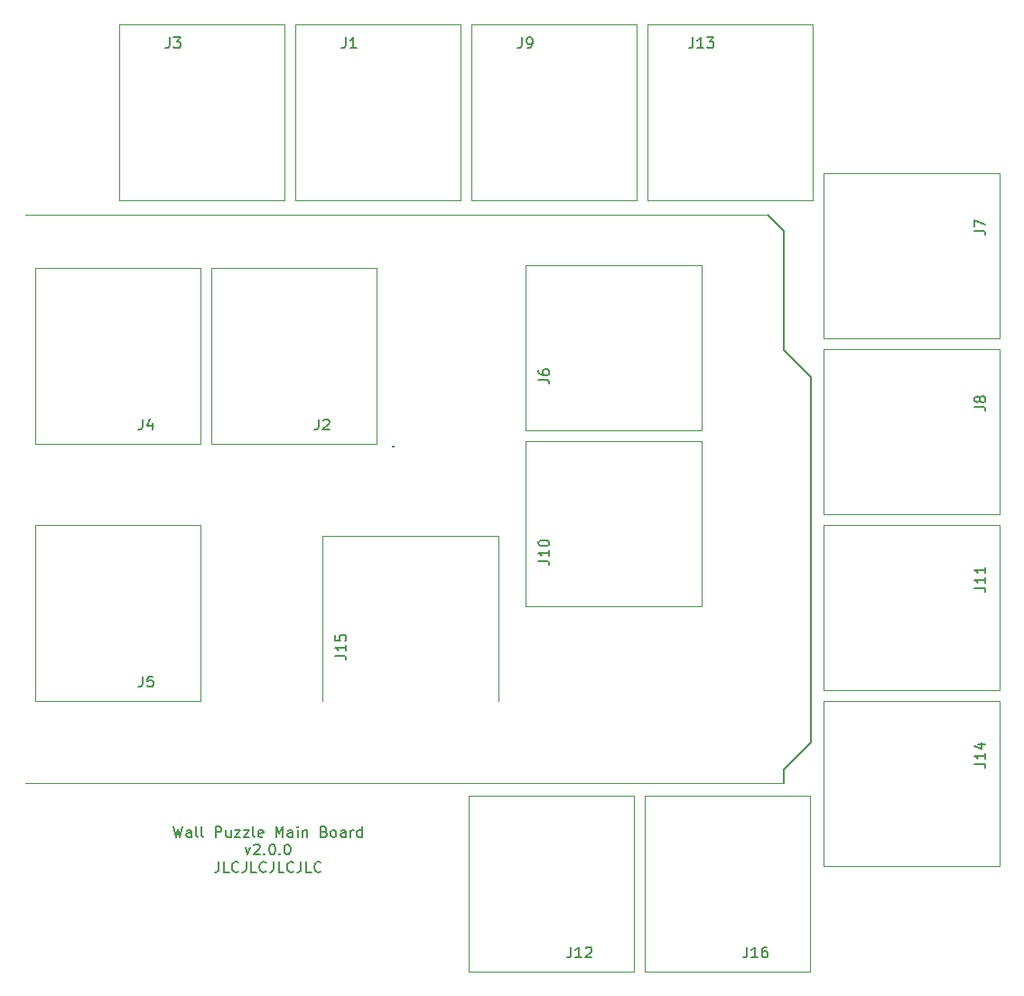
<source format=gbr>
%TF.GenerationSoftware,KiCad,Pcbnew,5.1.6*%
%TF.CreationDate,2020-08-05T20:54:26-07:00*%
%TF.ProjectId,shield,73686965-6c64-42e6-9b69-6361645f7063,rev?*%
%TF.SameCoordinates,Original*%
%TF.FileFunction,Legend,Top*%
%TF.FilePolarity,Positive*%
%FSLAX46Y46*%
G04 Gerber Fmt 4.6, Leading zero omitted, Abs format (unit mm)*
G04 Created by KiCad (PCBNEW 5.1.6) date 2020-08-05 20:54:26*
%MOMM*%
%LPD*%
G01*
G04 APERTURE LIST*
%ADD10C,0.150000*%
%ADD11C,0.120000*%
G04 APERTURE END LIST*
D10*
X124469047Y-103212380D02*
X124707142Y-104212380D01*
X124897619Y-103498095D01*
X125088095Y-104212380D01*
X125326190Y-103212380D01*
X126135714Y-104212380D02*
X126135714Y-103688571D01*
X126088095Y-103593333D01*
X125992857Y-103545714D01*
X125802380Y-103545714D01*
X125707142Y-103593333D01*
X126135714Y-104164761D02*
X126040476Y-104212380D01*
X125802380Y-104212380D01*
X125707142Y-104164761D01*
X125659523Y-104069523D01*
X125659523Y-103974285D01*
X125707142Y-103879047D01*
X125802380Y-103831428D01*
X126040476Y-103831428D01*
X126135714Y-103783809D01*
X126754761Y-104212380D02*
X126659523Y-104164761D01*
X126611904Y-104069523D01*
X126611904Y-103212380D01*
X127278571Y-104212380D02*
X127183333Y-104164761D01*
X127135714Y-104069523D01*
X127135714Y-103212380D01*
X128421428Y-104212380D02*
X128421428Y-103212380D01*
X128802380Y-103212380D01*
X128897619Y-103260000D01*
X128945238Y-103307619D01*
X128992857Y-103402857D01*
X128992857Y-103545714D01*
X128945238Y-103640952D01*
X128897619Y-103688571D01*
X128802380Y-103736190D01*
X128421428Y-103736190D01*
X129850000Y-103545714D02*
X129850000Y-104212380D01*
X129421428Y-103545714D02*
X129421428Y-104069523D01*
X129469047Y-104164761D01*
X129564285Y-104212380D01*
X129707142Y-104212380D01*
X129802380Y-104164761D01*
X129850000Y-104117142D01*
X130230952Y-103545714D02*
X130754761Y-103545714D01*
X130230952Y-104212380D01*
X130754761Y-104212380D01*
X131040476Y-103545714D02*
X131564285Y-103545714D01*
X131040476Y-104212380D01*
X131564285Y-104212380D01*
X132088095Y-104212380D02*
X131992857Y-104164761D01*
X131945238Y-104069523D01*
X131945238Y-103212380D01*
X132850000Y-104164761D02*
X132754761Y-104212380D01*
X132564285Y-104212380D01*
X132469047Y-104164761D01*
X132421428Y-104069523D01*
X132421428Y-103688571D01*
X132469047Y-103593333D01*
X132564285Y-103545714D01*
X132754761Y-103545714D01*
X132850000Y-103593333D01*
X132897619Y-103688571D01*
X132897619Y-103783809D01*
X132421428Y-103879047D01*
X134088095Y-104212380D02*
X134088095Y-103212380D01*
X134421428Y-103926666D01*
X134754761Y-103212380D01*
X134754761Y-104212380D01*
X135659523Y-104212380D02*
X135659523Y-103688571D01*
X135611904Y-103593333D01*
X135516666Y-103545714D01*
X135326190Y-103545714D01*
X135230952Y-103593333D01*
X135659523Y-104164761D02*
X135564285Y-104212380D01*
X135326190Y-104212380D01*
X135230952Y-104164761D01*
X135183333Y-104069523D01*
X135183333Y-103974285D01*
X135230952Y-103879047D01*
X135326190Y-103831428D01*
X135564285Y-103831428D01*
X135659523Y-103783809D01*
X136135714Y-104212380D02*
X136135714Y-103545714D01*
X136135714Y-103212380D02*
X136088095Y-103260000D01*
X136135714Y-103307619D01*
X136183333Y-103260000D01*
X136135714Y-103212380D01*
X136135714Y-103307619D01*
X136611904Y-103545714D02*
X136611904Y-104212380D01*
X136611904Y-103640952D02*
X136659523Y-103593333D01*
X136754761Y-103545714D01*
X136897619Y-103545714D01*
X136992857Y-103593333D01*
X137040476Y-103688571D01*
X137040476Y-104212380D01*
X138611904Y-103688571D02*
X138754761Y-103736190D01*
X138802380Y-103783809D01*
X138850000Y-103879047D01*
X138850000Y-104021904D01*
X138802380Y-104117142D01*
X138754761Y-104164761D01*
X138659523Y-104212380D01*
X138278571Y-104212380D01*
X138278571Y-103212380D01*
X138611904Y-103212380D01*
X138707142Y-103260000D01*
X138754761Y-103307619D01*
X138802380Y-103402857D01*
X138802380Y-103498095D01*
X138754761Y-103593333D01*
X138707142Y-103640952D01*
X138611904Y-103688571D01*
X138278571Y-103688571D01*
X139421428Y-104212380D02*
X139326190Y-104164761D01*
X139278571Y-104117142D01*
X139230952Y-104021904D01*
X139230952Y-103736190D01*
X139278571Y-103640952D01*
X139326190Y-103593333D01*
X139421428Y-103545714D01*
X139564285Y-103545714D01*
X139659523Y-103593333D01*
X139707142Y-103640952D01*
X139754761Y-103736190D01*
X139754761Y-104021904D01*
X139707142Y-104117142D01*
X139659523Y-104164761D01*
X139564285Y-104212380D01*
X139421428Y-104212380D01*
X140611904Y-104212380D02*
X140611904Y-103688571D01*
X140564285Y-103593333D01*
X140469047Y-103545714D01*
X140278571Y-103545714D01*
X140183333Y-103593333D01*
X140611904Y-104164761D02*
X140516666Y-104212380D01*
X140278571Y-104212380D01*
X140183333Y-104164761D01*
X140135714Y-104069523D01*
X140135714Y-103974285D01*
X140183333Y-103879047D01*
X140278571Y-103831428D01*
X140516666Y-103831428D01*
X140611904Y-103783809D01*
X141088095Y-104212380D02*
X141088095Y-103545714D01*
X141088095Y-103736190D02*
X141135714Y-103640952D01*
X141183333Y-103593333D01*
X141278571Y-103545714D01*
X141373809Y-103545714D01*
X142135714Y-104212380D02*
X142135714Y-103212380D01*
X142135714Y-104164761D02*
X142040476Y-104212380D01*
X141850000Y-104212380D01*
X141754761Y-104164761D01*
X141707142Y-104117142D01*
X141659523Y-104021904D01*
X141659523Y-103736190D01*
X141707142Y-103640952D01*
X141754761Y-103593333D01*
X141850000Y-103545714D01*
X142040476Y-103545714D01*
X142135714Y-103593333D01*
X131207142Y-105195714D02*
X131445238Y-105862380D01*
X131683333Y-105195714D01*
X132016666Y-104957619D02*
X132064285Y-104910000D01*
X132159523Y-104862380D01*
X132397619Y-104862380D01*
X132492857Y-104910000D01*
X132540476Y-104957619D01*
X132588095Y-105052857D01*
X132588095Y-105148095D01*
X132540476Y-105290952D01*
X131969047Y-105862380D01*
X132588095Y-105862380D01*
X133016666Y-105767142D02*
X133064285Y-105814761D01*
X133016666Y-105862380D01*
X132969047Y-105814761D01*
X133016666Y-105767142D01*
X133016666Y-105862380D01*
X133683333Y-104862380D02*
X133778571Y-104862380D01*
X133873809Y-104910000D01*
X133921428Y-104957619D01*
X133969047Y-105052857D01*
X134016666Y-105243333D01*
X134016666Y-105481428D01*
X133969047Y-105671904D01*
X133921428Y-105767142D01*
X133873809Y-105814761D01*
X133778571Y-105862380D01*
X133683333Y-105862380D01*
X133588095Y-105814761D01*
X133540476Y-105767142D01*
X133492857Y-105671904D01*
X133445238Y-105481428D01*
X133445238Y-105243333D01*
X133492857Y-105052857D01*
X133540476Y-104957619D01*
X133588095Y-104910000D01*
X133683333Y-104862380D01*
X134445238Y-105767142D02*
X134492857Y-105814761D01*
X134445238Y-105862380D01*
X134397619Y-105814761D01*
X134445238Y-105767142D01*
X134445238Y-105862380D01*
X135111904Y-104862380D02*
X135207142Y-104862380D01*
X135302380Y-104910000D01*
X135350000Y-104957619D01*
X135397619Y-105052857D01*
X135445238Y-105243333D01*
X135445238Y-105481428D01*
X135397619Y-105671904D01*
X135350000Y-105767142D01*
X135302380Y-105814761D01*
X135207142Y-105862380D01*
X135111904Y-105862380D01*
X135016666Y-105814761D01*
X134969047Y-105767142D01*
X134921428Y-105671904D01*
X134873809Y-105481428D01*
X134873809Y-105243333D01*
X134921428Y-105052857D01*
X134969047Y-104957619D01*
X135016666Y-104910000D01*
X135111904Y-104862380D01*
X128730952Y-106512380D02*
X128730952Y-107226666D01*
X128683333Y-107369523D01*
X128588095Y-107464761D01*
X128445238Y-107512380D01*
X128350000Y-107512380D01*
X129683333Y-107512380D02*
X129207142Y-107512380D01*
X129207142Y-106512380D01*
X130588095Y-107417142D02*
X130540476Y-107464761D01*
X130397619Y-107512380D01*
X130302380Y-107512380D01*
X130159523Y-107464761D01*
X130064285Y-107369523D01*
X130016666Y-107274285D01*
X129969047Y-107083809D01*
X129969047Y-106940952D01*
X130016666Y-106750476D01*
X130064285Y-106655238D01*
X130159523Y-106560000D01*
X130302380Y-106512380D01*
X130397619Y-106512380D01*
X130540476Y-106560000D01*
X130588095Y-106607619D01*
X131302380Y-106512380D02*
X131302380Y-107226666D01*
X131254761Y-107369523D01*
X131159523Y-107464761D01*
X131016666Y-107512380D01*
X130921428Y-107512380D01*
X132254761Y-107512380D02*
X131778571Y-107512380D01*
X131778571Y-106512380D01*
X133159523Y-107417142D02*
X133111904Y-107464761D01*
X132969047Y-107512380D01*
X132873809Y-107512380D01*
X132730952Y-107464761D01*
X132635714Y-107369523D01*
X132588095Y-107274285D01*
X132540476Y-107083809D01*
X132540476Y-106940952D01*
X132588095Y-106750476D01*
X132635714Y-106655238D01*
X132730952Y-106560000D01*
X132873809Y-106512380D01*
X132969047Y-106512380D01*
X133111904Y-106560000D01*
X133159523Y-106607619D01*
X133873809Y-106512380D02*
X133873809Y-107226666D01*
X133826190Y-107369523D01*
X133730952Y-107464761D01*
X133588095Y-107512380D01*
X133492857Y-107512380D01*
X134826190Y-107512380D02*
X134350000Y-107512380D01*
X134350000Y-106512380D01*
X135730952Y-107417142D02*
X135683333Y-107464761D01*
X135540476Y-107512380D01*
X135445238Y-107512380D01*
X135302380Y-107464761D01*
X135207142Y-107369523D01*
X135159523Y-107274285D01*
X135111904Y-107083809D01*
X135111904Y-106940952D01*
X135159523Y-106750476D01*
X135207142Y-106655238D01*
X135302380Y-106560000D01*
X135445238Y-106512380D01*
X135540476Y-106512380D01*
X135683333Y-106560000D01*
X135730952Y-106607619D01*
X136445238Y-106512380D02*
X136445238Y-107226666D01*
X136397619Y-107369523D01*
X136302380Y-107464761D01*
X136159523Y-107512380D01*
X136064285Y-107512380D01*
X137397619Y-107512380D02*
X136921428Y-107512380D01*
X136921428Y-106512380D01*
X138302380Y-107417142D02*
X138254761Y-107464761D01*
X138111904Y-107512380D01*
X138016666Y-107512380D01*
X137873809Y-107464761D01*
X137778571Y-107369523D01*
X137730952Y-107274285D01*
X137683333Y-107083809D01*
X137683333Y-106940952D01*
X137730952Y-106750476D01*
X137778571Y-106655238D01*
X137873809Y-106560000D01*
X138016666Y-106512380D01*
X138111904Y-106512380D01*
X138254761Y-106560000D01*
X138302380Y-106607619D01*
D11*
%TO.C,J15*%
X154940000Y-91440000D02*
X154930000Y-91440000D01*
X138430000Y-91440000D02*
X138430000Y-75940000D01*
X138430000Y-75940000D02*
X154930000Y-75940000D01*
X154930000Y-75940000D02*
X154930000Y-91440000D01*
%TO.C,J1*%
X135890000Y-44450000D02*
X135890000Y-44440000D01*
X135890000Y-27940000D02*
X135890000Y-44450000D01*
X135890000Y-27940000D02*
X151390000Y-27940000D01*
X151390000Y-27940000D02*
X151390000Y-44440000D01*
X151390000Y-44440000D02*
X135890000Y-44440000D01*
%TO.C,J2*%
X143510000Y-50800000D02*
X143510000Y-50810000D01*
X143510000Y-67310000D02*
X143510000Y-50800000D01*
X143510000Y-67310000D02*
X128010000Y-67310000D01*
X128010000Y-67310000D02*
X128010000Y-50810000D01*
X128010000Y-50810000D02*
X143510000Y-50810000D01*
%TO.C,J3*%
X119380000Y-44450000D02*
X119380000Y-44440000D01*
X119380000Y-27940000D02*
X119380000Y-44450000D01*
X119380000Y-27940000D02*
X134880000Y-27940000D01*
X134880000Y-27940000D02*
X134880000Y-44440000D01*
X134880000Y-44440000D02*
X119380000Y-44440000D01*
%TO.C,J4*%
X127000000Y-50800000D02*
X127000000Y-50810000D01*
X127000000Y-67310000D02*
X127000000Y-50800000D01*
X127000000Y-67310000D02*
X111500000Y-67310000D01*
X111500000Y-67310000D02*
X111500000Y-50810000D01*
X111500000Y-50810000D02*
X127000000Y-50810000D01*
%TO.C,J5*%
X127000000Y-74930000D02*
X127000000Y-74940000D01*
X127000000Y-91440000D02*
X127000000Y-74930000D01*
X127000000Y-91440000D02*
X111500000Y-91440000D01*
X111500000Y-91440000D02*
X111500000Y-74940000D01*
X111500000Y-74940000D02*
X127000000Y-74940000D01*
%TO.C,J6*%
X173990000Y-66040000D02*
X173980000Y-66040000D01*
X157480000Y-66040000D02*
X173990000Y-66040000D01*
X157480000Y-66040000D02*
X157480000Y-50540000D01*
X157480000Y-50540000D02*
X173980000Y-50540000D01*
X173980000Y-50540000D02*
X173980000Y-66040000D01*
%TO.C,J7*%
X185420000Y-41910000D02*
X185430000Y-41910000D01*
X201930000Y-41910000D02*
X185420000Y-41910000D01*
X201930000Y-41910000D02*
X201930000Y-57410000D01*
X201930000Y-57410000D02*
X185430000Y-57410000D01*
X185430000Y-57410000D02*
X185430000Y-41910000D01*
%TO.C,J8*%
X185420000Y-58420000D02*
X185430000Y-58420000D01*
X201930000Y-58420000D02*
X185420000Y-58420000D01*
X201930000Y-58420000D02*
X201930000Y-73920000D01*
X201930000Y-73920000D02*
X185430000Y-73920000D01*
X185430000Y-73920000D02*
X185430000Y-58420000D01*
%TO.C,J9*%
X152400000Y-44450000D02*
X152400000Y-44440000D01*
X152400000Y-27940000D02*
X152400000Y-44450000D01*
X152400000Y-27940000D02*
X167900000Y-27940000D01*
X167900000Y-27940000D02*
X167900000Y-44440000D01*
X167900000Y-44440000D02*
X152400000Y-44440000D01*
%TO.C,J10*%
X173990000Y-82550000D02*
X173980000Y-82550000D01*
X157480000Y-82550000D02*
X173990000Y-82550000D01*
X157480000Y-82550000D02*
X157480000Y-67050000D01*
X157480000Y-67050000D02*
X173980000Y-67050000D01*
X173980000Y-67050000D02*
X173980000Y-82550000D01*
%TO.C,J11*%
X185420000Y-74930000D02*
X185430000Y-74930000D01*
X201930000Y-74930000D02*
X185420000Y-74930000D01*
X201930000Y-74930000D02*
X201930000Y-90430000D01*
X201930000Y-90430000D02*
X185430000Y-90430000D01*
X185430000Y-90430000D02*
X185430000Y-74930000D01*
%TO.C,J12*%
X167640000Y-100330000D02*
X167640000Y-100340000D01*
X167640000Y-116840000D02*
X167640000Y-100330000D01*
X167640000Y-116840000D02*
X152140000Y-116840000D01*
X152140000Y-116840000D02*
X152140000Y-100340000D01*
X152140000Y-100340000D02*
X167640000Y-100340000D01*
%TO.C,J13*%
X168910000Y-44450000D02*
X168910000Y-44440000D01*
X168910000Y-27940000D02*
X168910000Y-44450000D01*
X168910000Y-27940000D02*
X184410000Y-27940000D01*
X184410000Y-27940000D02*
X184410000Y-44440000D01*
X184410000Y-44440000D02*
X168910000Y-44440000D01*
%TO.C,J14*%
X185420000Y-91440000D02*
X185430000Y-91440000D01*
X201930000Y-91440000D02*
X185420000Y-91440000D01*
X201930000Y-91440000D02*
X201930000Y-106940000D01*
X201930000Y-106940000D02*
X185430000Y-106940000D01*
X185430000Y-106940000D02*
X185430000Y-91440000D01*
%TO.C,J16*%
X184150000Y-100330000D02*
X184150000Y-100340000D01*
X184150000Y-116840000D02*
X184150000Y-100330000D01*
X184150000Y-116840000D02*
X168650000Y-116840000D01*
X168650000Y-116840000D02*
X168650000Y-100340000D01*
X168650000Y-100340000D02*
X184150000Y-100340000D01*
D10*
%TO.C,XA1*%
X181685001Y-58495001D02*
X181685001Y-47319001D01*
X184225001Y-61035001D02*
X181685001Y-58495001D01*
X184225001Y-95325001D02*
X184225001Y-61035001D01*
X181685001Y-97865001D02*
X184225001Y-95325001D01*
X181685001Y-99135001D02*
X181685001Y-97865001D01*
X180161001Y-45795001D02*
X181685001Y-47319001D01*
D11*
X180161001Y-45795001D02*
X110565001Y-45795001D01*
X181685001Y-99135001D02*
X110565001Y-99135001D01*
%TO.C,J15*%
D10*
X139652380Y-87169523D02*
X140366666Y-87169523D01*
X140509523Y-87217142D01*
X140604761Y-87312380D01*
X140652380Y-87455238D01*
X140652380Y-87550476D01*
X140652380Y-86169523D02*
X140652380Y-86740952D01*
X140652380Y-86455238D02*
X139652380Y-86455238D01*
X139795238Y-86550476D01*
X139890476Y-86645714D01*
X139938095Y-86740952D01*
X139652380Y-85264761D02*
X139652380Y-85740952D01*
X140128571Y-85788571D01*
X140080952Y-85740952D01*
X140033333Y-85645714D01*
X140033333Y-85407619D01*
X140080952Y-85312380D01*
X140128571Y-85264761D01*
X140223809Y-85217142D01*
X140461904Y-85217142D01*
X140557142Y-85264761D01*
X140604761Y-85312380D01*
X140652380Y-85407619D01*
X140652380Y-85645714D01*
X140604761Y-85740952D01*
X140557142Y-85788571D01*
%TO.C,J1*%
X140636666Y-29162380D02*
X140636666Y-29876666D01*
X140589047Y-30019523D01*
X140493809Y-30114761D01*
X140350952Y-30162380D01*
X140255714Y-30162380D01*
X141636666Y-30162380D02*
X141065238Y-30162380D01*
X141350952Y-30162380D02*
X141350952Y-29162380D01*
X141255714Y-29305238D01*
X141160476Y-29400476D01*
X141065238Y-29448095D01*
%TO.C,J2*%
X138096666Y-64992380D02*
X138096666Y-65706666D01*
X138049047Y-65849523D01*
X137953809Y-65944761D01*
X137810952Y-65992380D01*
X137715714Y-65992380D01*
X138525238Y-65087619D02*
X138572857Y-65040000D01*
X138668095Y-64992380D01*
X138906190Y-64992380D01*
X139001428Y-65040000D01*
X139049047Y-65087619D01*
X139096666Y-65182857D01*
X139096666Y-65278095D01*
X139049047Y-65420952D01*
X138477619Y-65992380D01*
X139096666Y-65992380D01*
%TO.C,J3*%
X124126666Y-29162380D02*
X124126666Y-29876666D01*
X124079047Y-30019523D01*
X123983809Y-30114761D01*
X123840952Y-30162380D01*
X123745714Y-30162380D01*
X124507619Y-29162380D02*
X125126666Y-29162380D01*
X124793333Y-29543333D01*
X124936190Y-29543333D01*
X125031428Y-29590952D01*
X125079047Y-29638571D01*
X125126666Y-29733809D01*
X125126666Y-29971904D01*
X125079047Y-30067142D01*
X125031428Y-30114761D01*
X124936190Y-30162380D01*
X124650476Y-30162380D01*
X124555238Y-30114761D01*
X124507619Y-30067142D01*
%TO.C,J4*%
X121586666Y-64992380D02*
X121586666Y-65706666D01*
X121539047Y-65849523D01*
X121443809Y-65944761D01*
X121300952Y-65992380D01*
X121205714Y-65992380D01*
X122491428Y-65325714D02*
X122491428Y-65992380D01*
X122253333Y-64944761D02*
X122015238Y-65659047D01*
X122634285Y-65659047D01*
%TO.C,J5*%
X121586666Y-89122380D02*
X121586666Y-89836666D01*
X121539047Y-89979523D01*
X121443809Y-90074761D01*
X121300952Y-90122380D01*
X121205714Y-90122380D01*
X122539047Y-89122380D02*
X122062857Y-89122380D01*
X122015238Y-89598571D01*
X122062857Y-89550952D01*
X122158095Y-89503333D01*
X122396190Y-89503333D01*
X122491428Y-89550952D01*
X122539047Y-89598571D01*
X122586666Y-89693809D01*
X122586666Y-89931904D01*
X122539047Y-90027142D01*
X122491428Y-90074761D01*
X122396190Y-90122380D01*
X122158095Y-90122380D01*
X122062857Y-90074761D01*
X122015238Y-90027142D01*
%TO.C,J6*%
X158702380Y-61293333D02*
X159416666Y-61293333D01*
X159559523Y-61340952D01*
X159654761Y-61436190D01*
X159702380Y-61579047D01*
X159702380Y-61674285D01*
X158702380Y-60388571D02*
X158702380Y-60579047D01*
X158750000Y-60674285D01*
X158797619Y-60721904D01*
X158940476Y-60817142D01*
X159130952Y-60864761D01*
X159511904Y-60864761D01*
X159607142Y-60817142D01*
X159654761Y-60769523D01*
X159702380Y-60674285D01*
X159702380Y-60483809D01*
X159654761Y-60388571D01*
X159607142Y-60340952D01*
X159511904Y-60293333D01*
X159273809Y-60293333D01*
X159178571Y-60340952D01*
X159130952Y-60388571D01*
X159083333Y-60483809D01*
X159083333Y-60674285D01*
X159130952Y-60769523D01*
X159178571Y-60817142D01*
X159273809Y-60864761D01*
%TO.C,J7*%
X199612380Y-47323333D02*
X200326666Y-47323333D01*
X200469523Y-47370952D01*
X200564761Y-47466190D01*
X200612380Y-47609047D01*
X200612380Y-47704285D01*
X199612380Y-46942380D02*
X199612380Y-46275714D01*
X200612380Y-46704285D01*
%TO.C,J8*%
X199612380Y-63833333D02*
X200326666Y-63833333D01*
X200469523Y-63880952D01*
X200564761Y-63976190D01*
X200612380Y-64119047D01*
X200612380Y-64214285D01*
X200040952Y-63214285D02*
X199993333Y-63309523D01*
X199945714Y-63357142D01*
X199850476Y-63404761D01*
X199802857Y-63404761D01*
X199707619Y-63357142D01*
X199660000Y-63309523D01*
X199612380Y-63214285D01*
X199612380Y-63023809D01*
X199660000Y-62928571D01*
X199707619Y-62880952D01*
X199802857Y-62833333D01*
X199850476Y-62833333D01*
X199945714Y-62880952D01*
X199993333Y-62928571D01*
X200040952Y-63023809D01*
X200040952Y-63214285D01*
X200088571Y-63309523D01*
X200136190Y-63357142D01*
X200231428Y-63404761D01*
X200421904Y-63404761D01*
X200517142Y-63357142D01*
X200564761Y-63309523D01*
X200612380Y-63214285D01*
X200612380Y-63023809D01*
X200564761Y-62928571D01*
X200517142Y-62880952D01*
X200421904Y-62833333D01*
X200231428Y-62833333D01*
X200136190Y-62880952D01*
X200088571Y-62928571D01*
X200040952Y-63023809D01*
%TO.C,J9*%
X157146666Y-29162380D02*
X157146666Y-29876666D01*
X157099047Y-30019523D01*
X157003809Y-30114761D01*
X156860952Y-30162380D01*
X156765714Y-30162380D01*
X157670476Y-30162380D02*
X157860952Y-30162380D01*
X157956190Y-30114761D01*
X158003809Y-30067142D01*
X158099047Y-29924285D01*
X158146666Y-29733809D01*
X158146666Y-29352857D01*
X158099047Y-29257619D01*
X158051428Y-29210000D01*
X157956190Y-29162380D01*
X157765714Y-29162380D01*
X157670476Y-29210000D01*
X157622857Y-29257619D01*
X157575238Y-29352857D01*
X157575238Y-29590952D01*
X157622857Y-29686190D01*
X157670476Y-29733809D01*
X157765714Y-29781428D01*
X157956190Y-29781428D01*
X158051428Y-29733809D01*
X158099047Y-29686190D01*
X158146666Y-29590952D01*
%TO.C,J10*%
X158702380Y-78279523D02*
X159416666Y-78279523D01*
X159559523Y-78327142D01*
X159654761Y-78422380D01*
X159702380Y-78565238D01*
X159702380Y-78660476D01*
X159702380Y-77279523D02*
X159702380Y-77850952D01*
X159702380Y-77565238D02*
X158702380Y-77565238D01*
X158845238Y-77660476D01*
X158940476Y-77755714D01*
X158988095Y-77850952D01*
X158702380Y-76660476D02*
X158702380Y-76565238D01*
X158750000Y-76470000D01*
X158797619Y-76422380D01*
X158892857Y-76374761D01*
X159083333Y-76327142D01*
X159321428Y-76327142D01*
X159511904Y-76374761D01*
X159607142Y-76422380D01*
X159654761Y-76470000D01*
X159702380Y-76565238D01*
X159702380Y-76660476D01*
X159654761Y-76755714D01*
X159607142Y-76803333D01*
X159511904Y-76850952D01*
X159321428Y-76898571D01*
X159083333Y-76898571D01*
X158892857Y-76850952D01*
X158797619Y-76803333D01*
X158750000Y-76755714D01*
X158702380Y-76660476D01*
%TO.C,J11*%
X199612380Y-80819523D02*
X200326666Y-80819523D01*
X200469523Y-80867142D01*
X200564761Y-80962380D01*
X200612380Y-81105238D01*
X200612380Y-81200476D01*
X200612380Y-79819523D02*
X200612380Y-80390952D01*
X200612380Y-80105238D02*
X199612380Y-80105238D01*
X199755238Y-80200476D01*
X199850476Y-80295714D01*
X199898095Y-80390952D01*
X200612380Y-78867142D02*
X200612380Y-79438571D01*
X200612380Y-79152857D02*
X199612380Y-79152857D01*
X199755238Y-79248095D01*
X199850476Y-79343333D01*
X199898095Y-79438571D01*
%TO.C,J12*%
X161750476Y-114522380D02*
X161750476Y-115236666D01*
X161702857Y-115379523D01*
X161607619Y-115474761D01*
X161464761Y-115522380D01*
X161369523Y-115522380D01*
X162750476Y-115522380D02*
X162179047Y-115522380D01*
X162464761Y-115522380D02*
X162464761Y-114522380D01*
X162369523Y-114665238D01*
X162274285Y-114760476D01*
X162179047Y-114808095D01*
X163131428Y-114617619D02*
X163179047Y-114570000D01*
X163274285Y-114522380D01*
X163512380Y-114522380D01*
X163607619Y-114570000D01*
X163655238Y-114617619D01*
X163702857Y-114712857D01*
X163702857Y-114808095D01*
X163655238Y-114950952D01*
X163083809Y-115522380D01*
X163702857Y-115522380D01*
%TO.C,J13*%
X173180476Y-29162380D02*
X173180476Y-29876666D01*
X173132857Y-30019523D01*
X173037619Y-30114761D01*
X172894761Y-30162380D01*
X172799523Y-30162380D01*
X174180476Y-30162380D02*
X173609047Y-30162380D01*
X173894761Y-30162380D02*
X173894761Y-29162380D01*
X173799523Y-29305238D01*
X173704285Y-29400476D01*
X173609047Y-29448095D01*
X174513809Y-29162380D02*
X175132857Y-29162380D01*
X174799523Y-29543333D01*
X174942380Y-29543333D01*
X175037619Y-29590952D01*
X175085238Y-29638571D01*
X175132857Y-29733809D01*
X175132857Y-29971904D01*
X175085238Y-30067142D01*
X175037619Y-30114761D01*
X174942380Y-30162380D01*
X174656666Y-30162380D01*
X174561428Y-30114761D01*
X174513809Y-30067142D01*
%TO.C,J14*%
X199612380Y-97329523D02*
X200326666Y-97329523D01*
X200469523Y-97377142D01*
X200564761Y-97472380D01*
X200612380Y-97615238D01*
X200612380Y-97710476D01*
X200612380Y-96329523D02*
X200612380Y-96900952D01*
X200612380Y-96615238D02*
X199612380Y-96615238D01*
X199755238Y-96710476D01*
X199850476Y-96805714D01*
X199898095Y-96900952D01*
X199945714Y-95472380D02*
X200612380Y-95472380D01*
X199564761Y-95710476D02*
X200279047Y-95948571D01*
X200279047Y-95329523D01*
%TO.C,J16*%
X178260476Y-114522380D02*
X178260476Y-115236666D01*
X178212857Y-115379523D01*
X178117619Y-115474761D01*
X177974761Y-115522380D01*
X177879523Y-115522380D01*
X179260476Y-115522380D02*
X178689047Y-115522380D01*
X178974761Y-115522380D02*
X178974761Y-114522380D01*
X178879523Y-114665238D01*
X178784285Y-114760476D01*
X178689047Y-114808095D01*
X180117619Y-114522380D02*
X179927142Y-114522380D01*
X179831904Y-114570000D01*
X179784285Y-114617619D01*
X179689047Y-114760476D01*
X179641428Y-114950952D01*
X179641428Y-115331904D01*
X179689047Y-115427142D01*
X179736666Y-115474761D01*
X179831904Y-115522380D01*
X180022380Y-115522380D01*
X180117619Y-115474761D01*
X180165238Y-115427142D01*
X180212857Y-115331904D01*
X180212857Y-115093809D01*
X180165238Y-114998571D01*
X180117619Y-114950952D01*
X180022380Y-114903333D01*
X179831904Y-114903333D01*
X179736666Y-114950952D01*
X179689047Y-114998571D01*
X179641428Y-115093809D01*
%TO.C,XA1*%
X145109001Y-67488143D02*
X145156620Y-67535762D01*
X145109001Y-67583381D01*
X145061381Y-67535762D01*
X145109001Y-67488143D01*
X145109001Y-67583381D01*
%TD*%
M02*

</source>
